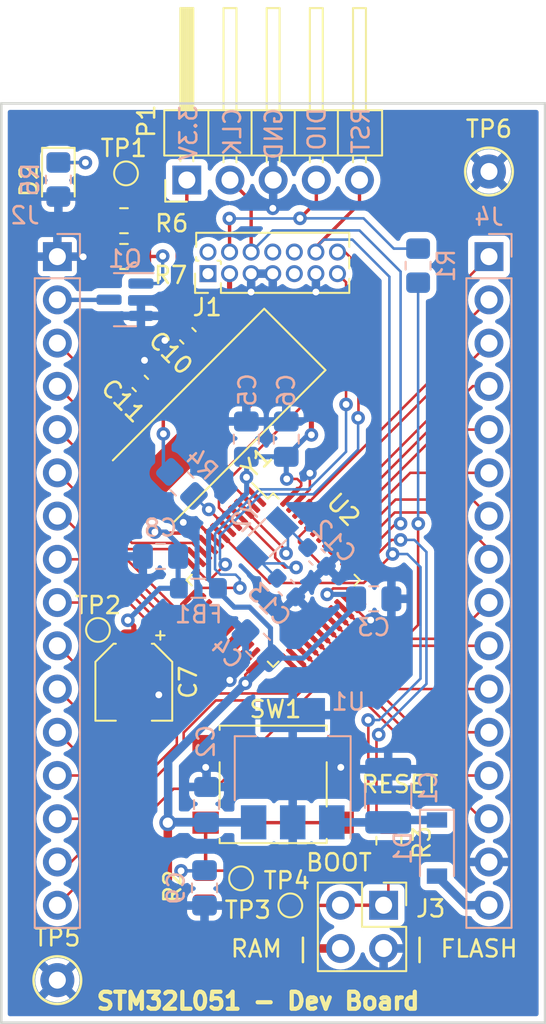
<source format=kicad_pcb>
(kicad_pcb (version 20211014) (generator pcbnew)
  (title_block (title "STM32 Value Line Discovery - Shiled board") (rev "1.0"))
  (layers (0 "F.Cu" signal) (31 "B.Cu" signal) (34 "B.Paste" user) (35 "F.Paste" user) (36 "B.SilkS" user "B.Silkscreen") (37 "F.SilkS" user "F.Silkscreen") (38 "B.Mask" user) (39 "F.Mask" user) (44 "Edge.Cuts" user))
  (net 0 "")
  (net 1 "GND")
  (net 2 "/PB10")
  (net 3 "/PB11")
  (net 4 "/PB12")
  (net 5 "/PB13")
  (net 6 "/PB14")
  (net 7 "/PB15")
  (net 8 "/osc_in")
  (net 9 "/U1.IN")
  (net 10 "/PC13")
  (net 11 "/PA0")
  (net 12 "/PA1")
  (net 13 "/PA4")
  (net 14 "/PA5")
  (net 15 "/PA6")
  (net 16 "/PA7")
  (net 17 "/PB0")
  (net 18 "/PB1")
  (net 19 "/PB2")
  (net 20 "+3.3V")
  (net 21 "VPP")
  (net 22 "/PB9")
  (net 23 "/PB8")
  (net 24 "/PB7")
  (net 25 "/PB6")
  (net 26 "/PB5")
  (net 27 "/PB4")
  (net 28 "/PB3")
  (net 29 "/PA15")
  (net 30 "/PA12")
  (net 31 "/PA11")
  (net 32 "/PA10")
  (net 33 "/PA9")
  (net 34 "/PA8")
  (net 35 "/RST_N")
  (net 36 "Net-(C11-Pad1)")
  (net 37 "+3.3VA")
  (net 38 "/osc32_in")
  (net 39 "Net-(D2-Pad1)")
  (net 40 "/osc_out")
  (net 41 "/osc32_out")
  (net 43 "/BOOT0")
  (net 45 "/SWDIO_CON")
  (net 46 "/SWCLK")
  (net 50 "/USART2_RX")
  (net 51 "/USART2_TX")
  (net 52 "/Load")
  (net 53 "/Q1.B")
  (net 54 "/J3.BOOT0")
  (net 55 "/SWDIO")
  (footprint "Connector_PinHeader_2.54mm:PinHeader_1x05_P2.54mm_Horizontal" (layer "F.Cu") (at 43.94 69.245 90)
    (fp_text reference "P1")
    (fp_text value "CONN5")
  )
  (footprint "LED_SMD:LED_0805_2012Metric_Pad1.15x1.40mm_HandSolder" (layer "F.Cu") (at 36.38 69.215 -90)
    (fp_text reference "D2")
    (fp_text value "LED yellow")
  )
  (footprint "TestPoint:TestPoint_Pad_D1.0mm" (layer "F.Cu") (at 50.03 111.855)
    (fp_text reference "TP4")
    (fp_text value "TestPoint")
  )
  (footprint "Connector_PinHeader_1.27mm:PinHeader_2x07_P1.27mm_Vertical" (layer "F.Cu") (at 45.185 74.745 90)
    (fp_text reference "J1")
    (fp_text value "Conn_02x07_Odd_Even")
  )
  (footprint "Connector_PinHeader_2.54mm:PinHeader_2x02_P2.54mm_Vertical" (layer "F.Cu") (at 55.52 111.845 -90)
    (fp_text reference "J3")
    (fp_text value "Conn_02x02_Odd_Even")
  )
  (footprint "TestPoint:TestPoint_Keystone_5000-5004_Miniature" (layer "F.Cu") (at 36.32 116.245)
    (fp_text reference "TP5")
    (fp_text value "TestPoint")
  )
  (footprint "Resistor_SMD:R_0805_2012Metric_Pad1.20x1.40mm_HandSolder" (layer "F.Cu") (at 55.83 108.055 90)
    (fp_text reference "R3")
    (fp_text value "10k")
  )
  (footprint "Crystal:Crystal_SMD_HC49-SD" (layer "F.Cu") (at 45.56 83.345 -135)
    (fp_text reference "Y1")
    (fp_text value "8.000 MHz")
  )
  (footprint "Package_QFP:LQFP-48_7x7mm_P0.5mm" (layer "F.Cu") (at 49.02 92.745 -45)
    (fp_text reference "U2")
    (fp_text value "STM32L051C8Tx_new")
  )
  (footprint "Button_Switch_SMD:SW_SPST_B3S-1000" (layer "F.Cu") (at 49.02 104.745)
    (fp_text reference "SW1")
    (fp_text value "SW_Push")
  )
  (footprint "Capacitor_SMD:C_0603_1608Metric" (layer "F.Cu") (at 44 78.395 135)
    (fp_text reference "C10")
    (fp_text value "20p")
  )
  (footprint "Capacitor_SMD:C_0603_1608Metric" (layer "F.Cu") (at 41.2 81.195 135)
    (fp_text reference "C11")
    (fp_text value "20p")
  )
  (footprint "Capacitor_SMD:CP_Elec_4x5.8" (layer "F.Cu") (at 40.82 98.745 -90)
    (fp_text reference "C7")
    (fp_text value "2.2u")
  )
  (footprint "TestPoint:TestPoint_Keystone_5000-5004_Miniature" (layer "F.Cu") (at 61.72 68.745)
    (fp_text reference "TP6")
    (fp_text value "TestPoint")
  )
  (footprint "TestPoint:TestPoint_Pad_D1.0mm" (layer "F.Cu") (at 47.13 110.265)
    (fp_text reference "TP3")
    (fp_text value "TestPoint")
  )
  (footprint "Resistor_SMD:R_0805_2012Metric_Pad1.20x1.40mm_HandSolder" (layer "F.Cu") (at 40.24 73.735)
    (fp_text reference "R7")
    (fp_text value "100k")
  )
  (footprint "TestPoint:TestPoint_Pad_D1.0mm" (layer "F.Cu") (at 38.71 95.675)
    (fp_text reference "TP2")
    (fp_text value "TestPoint")
  )
  (footprint "TestPoint:TestPoint_Pad_D1.0mm" (layer "F.Cu") (at 40.36 68.855)
    (fp_text reference "TP1")
    (fp_text value "TestPoint")
  )
  (footprint "Resistor_SMD:R_0805_2012Metric_Pad1.20x1.40mm_HandSolder" (layer "F.Cu") (at 40.24 71.635)
    (fp_text reference "R6")
    (fp_text value "10k")
  )
  (footprint "Resistor_SMD:R_0805_2012Metric_Pad1.20x1.40mm_HandSolder" (layer "F.Cu") (at 44.98 110.815 -90)
    (fp_text reference "R2")
    (fp_text value "10k")
  )
  (footprint "Resistor_SMD:R_0805_2012Metric_Pad1.20x1.40mm_HandSolder" (layer "B.Cu") (at 36.38 69.215 -90)
    (fp_text reference "R5")
    (fp_text value "3k3")
  )
  (footprint "Capacitor_SMD:C_1210_3225Metric_Pad1.33x2.70mm_HandSolder" (layer "B.Cu") (at 55.79 105.415 90)
    (fp_text reference "C1")
    (fp_text value "4.7u")
  )
  (footprint "Package_TO_SOT_SMD:SOT-23" (layer "B.Cu") (at 40.3 76.275 180)
    (fp_text reference "Q1")
    (fp_text value "BC817")
  )
  (footprint "Capacitor_SMD:C_0805_2012Metric_Pad1.18x1.45mm_HandSolder" (layer "B.Cu") (at 54.94 93.845)
    (fp_text reference "C3")
    (fp_text value "100n")
  )
  (footprint "Crystal:Crystal_SMD_3215-2Pin_3.2x1.5mm" (layer "B.Cu") (at 48.68 90.265 45)
    (fp_text reference "Y2")
    (fp_text value "32.768kHz")
  )
  (footprint "Capacitor_SMD:C_0805_2012Metric_Pad1.18x1.45mm_HandSolder" (layer "B.Cu") (at 44.98 110.825 -90)
    (fp_text reference "C9")
    (fp_text value "100n")
  )
  (footprint "Capacitor_SMD:C_0805_2012Metric_Pad1.18x1.45mm_HandSolder" (layer "B.Cu") (at 49.79 84.465 90)
    (fp_text reference "C6")
    (fp_text value "100n")
  )
  (footprint "Connector_PinHeader_2.54mm:PinHeader_1x16_P2.54mm_Vertical" (layer "B.Cu") (at 36.32 73.745 180)
    (fp_text reference "J2")
    (fp_text value "Conn_01x16")
  )
  (footprint "Resistor_SMD:R_0805_2012Metric_Pad1.20x1.40mm_HandSolder" (layer "B.Cu") (at 43.65 87.095 135)
    (fp_text reference "R4")
    (fp_text value "390")
  )
  (footprint "Capacitor_SMD:C_0805_2012Metric_Pad1.18x1.45mm_HandSolder" (layer "B.Cu") (at 45.1 105.935 90)
    (fp_text reference "C2")
    (fp_text value "1u")
  )
  (footprint "Capacitor_SMD:C_0805_2012Metric_Pad1.18x1.45mm_HandSolder" (layer "B.Cu") (at 47.44 84.465 90)
    (fp_text reference "C5")
    (fp_text value "100n")
  )
  (footprint "Capacitor_SMD:C_0805_2012Metric_Pad1.18x1.45mm_HandSolder" (layer "B.Cu") (at 42.39 91.355 180)
    (fp_text reference "C8")
    (fp_text value "100n")
  )
  (footprint "Resistor_SMD:R_0805_2012Metric_Pad1.20x1.40mm_HandSolder" (layer "B.Cu") (at 57.55 74.275 90)
    (fp_text reference "R1")
    (fp_text value "22")
  )
  (footprint "Capacitor_SMD:C_0805_2012Metric_Pad1.18x1.45mm_HandSolder" (layer "B.Cu") (at 48.13 96.595 135)
    (fp_text reference "C4")
    (fp_text value "100n")
  )
  (footprint "Connector_PinHeader_2.54mm:PinHeader_1x16_P2.54mm_Vertical" (layer "B.Cu") (at 61.72 73.745 180)
    (fp_text reference "J4")
    (fp_text value "Conn_01x18")
  )
  (footprint "Package_TO_SOT_SMD:SOT-223-3_TabPin2" (layer "B.Cu") (at 50.17 103.825 90)
    (fp_text reference "U1")
    (fp_text value "MCP1755S-3302E/DB")
  )
  (footprint "Inductor_SMD:L_0805_2012Metric_Pad1.05x1.20mm_HandSolder" (layer "B.Cu") (at 44.62 93.225 180)
    (fp_text reference "FB1")
    (fp_text value "600R/0.7A")
  )
  (footprint "Capacitor_SMD:C_0603_1608Metric" (layer "B.Cu") (at 49.8 93.185 -45)
    (fp_text reference "C13")
    (fp_text value "10p")
  )
  (footprint "Capacitor_SMD:C_0603_1608Metric" (layer "B.Cu") (at 51.6 91.385 -45)
    (fp_text reference "C12")
    (fp_text value "10p")
  )
  (footprint "Diode_SMD:D_SOD-123" (layer "B.Cu") (at 58.66 108.485 -90)
    (fp_text reference "D1")
    (fp_text value "MBR0540")
  )
  (gr_line (start 65.02 118.745) (end 33.02 118.745) (layer "Edge.Cuts") (width 0.14986))
  (gr_line (start 33.02 64.745) (end 33.02 118.745) (layer "Edge.Cuts") (width 0.14986))
  (gr_line (start 33.02 64.745) (end 65.02 64.745) (layer "Edge.Cuts") (width 0.14986))
  (gr_line (start 65.02 118.745) (end 65.02 64.745) (layer "Edge.Cuts") (width 0.14986))
  (gr_text "3.3V" (at 44.04 66.485 90) (layer "B.SilkS") (effects (font (size 1.000759 1.000759) (thickness 0.14986)) (justify mirror)))
  (gr_text "GND" (at 49.06 66.525 90) (layer "B.SilkS") (effects (font (size 1.000759 1.000759) (thickness 0.14986)) (justify mirror)))
  (gr_text "CLK" (at 46.62 66.415 90) (layer "B.SilkS") (effects (font (size 1.000759 1.000759) (thickness 0.14986)) (justify mirror)))
  (gr_text "DIO" (at 51.59 66.245 90) (layer "B.SilkS") (effects (font (size 1.000759 1.000759) (thickness 0.14986)) (justify mirror)))
  (gr_text "RST" (at 54.18 66.335 90) (layer "B.SilkS") (effects (font (size 1.000759 1.000759) (thickness 0.14986)) (justify mirror)))
  (gr_text "RAM |" (at 48.89 114.395) (layer "F.SilkS") (effects (font (size 1.000759 1.000759) (thickness 0.14986))))
  (gr_text "RESET" (at 56.47 104.745) (layer "F.SilkS") (effects (font (size 1.000759 1.000759) (thickness 0.14986))))
  (gr_text "BOOT" (at 52.89 109.335) (layer "F.SilkS") (effects (font (size 1.000759 1.000759) (thickness 0.14986))))
  (gr_text "STM32L051 - Dev Board" (at 48.133 117.475) (layer "F.SilkS") (effects (font (size 1.00076 1.00076) (thickness 0.25019))))
  (gr_text "| FLASH" (at 60.28 114.395) (layer "F.SilkS") (effects (font (size 1.000759 1.000759) (thickness 0.14986))))
  (segment (start 43.73 89.355) (end 44.55 89.355) (width 0.2) (layer "F.Cu") (net 1))
  (segment (start 47.725 75.82) (end 47.72 75.825) (width 0.3) (layer "F.Cu") (net 1))
  (segment (start 50.384322 88.210678) (end 51.12 87.475) (width 0.15) (layer "F.Cu") (net 1))
  (segment (start 53.554322 94.099322) (end 54.55 95.095) (width 0.15) (layer "F.Cu") (net 1))
  (segment (start 51.535 74.745) (end 51.535 75.75) (width 0.3) (layer "F.Cu") (net 1))
  (segment (start 47.725 74.745) (end 48.995 74.745) (width 0.3) (layer "F.Cu") (net 1))
  (segment (start 46.47 98.465) (end 46.47 98.625) (width 0.15) (layer "F.Cu") (net 1))
  (segment (start 43.451992 77.863008) (end 42.65 78.665) (width 0.3) (layer "F.Cu") (net 1))
  (segment (start 51.18 87.415) (end 51.18 86.465) (width 0.15) (layer "F.Cu") (net 1))
  (segment (start 52.995 102.495) (end 53.01 102.51) (width 0.15) (layer "F.Cu") (net 1))
  (segment (start 36.32 73.745) (end 37.83 73.745) (width 0.3) (layer "F.Cu") (net 1))
  (segment (start 40.651992 80.646992) (end 40.651992 80.633008) (width 0.3) (layer "F.Cu") (net 1))
  (segment (start 49.02 69.245) (end 49.02 70.885) (width 0.2) (layer "F.Cu") (net 1))
  (segment (start 41.88 99.485) (end 42.29 99.485) (width 0.3) (layer "F.Cu") (net 1))
  (segment (start 45.05 103.745) (end 45.05 102.5) (width 0.3) (layer "F.Cu") (net 1))
  (segment (start 47.655678 97.279322) (end 46.47 98.465) (width 0.15) (layer "F.Cu") (net 1))
  (segment (start 37.86 73.735) (end 37.84 73.755) (width 0.3) (layer "F.Cu") (net 1))
  (segment (start 44.55 89.355) (end 45.526998 90.331998) (width 0.2) (layer "F.Cu") (net 1))
  (segment (start 50.372342 88.210678) (end 50.384322 88.210678) (width 0.15) (layer "F.Cu") (net 1))
  (segment (start 45.05 102.5) (end 45.045 102.495) (width 0.2) (layer "F.Cu") (net 1))
  (segment (start 53.01 102.51) (end 53.01 103.735) (width 0.3) (layer "F.Cu") (net 1))
  (segment (start 37.83 73.745) (end 37.84 73.755) (width 0.3) (layer "F.Cu") (net 1))
  (segment (start 45.526998 90.331998) (end 45.546338 90.331998) (width 0.15) (layer "F.Cu") (net 1))
  (segment (start 49.02 70.885) (end 49 70.905) (width 0.15) (layer "F.Cu") (net 1))
  (segment (start 40.651992 80.633008) (end 41.45 79.835) (width 0.3) (layer "F.Cu") (net 1))
  (segment (start 39.24 73.735) (end 37.86 73.735) (width 0.3) (layer "F.Cu") (net 1))
  (segment (start 51.12 87.475) (end 51.18 87.415) (width 0.15) (layer "F.Cu") (net 1))
  (segment (start 43.451992 77.846992) (end 43.451992 77.863008) (width 0.3) (layer "F.Cu") (net 1))
  (segment (start 40.82 100.545) (end 41.88 99.485) (width 0.3) (layer "F.Cu") (net 1))
  (segment (start 47.725 75.65) (end 47.725 75.82) (width 0.3) (layer "F.Cu") (net 1))
  (segment (start 47.725 74.745) (end 47.725 75.65) (width 0.3) (layer "F.Cu") (net 1))
  (segment (start 47.667658 97.279322) (end 47.655678 97.279322) (width 0.15) (layer "F.Cu") (net 1))
  (via (at 42.65 78.665) (size 0.8) (drill 0.4) (layers "F.Cu" "B.Cu") (net 1))
  (via (at 37.84 73.755) (size 0.8) (drill 0.4) (layers "F.Cu" "B.Cu") (net 1))
  (via (at 41.45 79.835) (size 0.8) (drill 0.4) (layers "F.Cu" "B.Cu") (net 1))
  (via (at 49 70.905) (size 0.8) (drill 0.4) (layers "F.Cu" "B.Cu") (net 1))
  (via (at 43.73 89.355) (size 0.8) (drill 0.4) (layers "F.Cu" "B.Cu") (net 1))
  (via (at 51.535 75.825) (size 0.8) (drill 0.4) (layers "F.Cu" "B.Cu") (net 1))
  (via (at 42.29 99.485) (size 0.8) (drill 0.4) (layers "F.Cu" "B.Cu") (net 1))
  (via (at 53 103.745) (size 0.8) (drill 0.4) (layers "F.Cu" "B.Cu") (net 1))
  (via (at 45.05 103.745) (size 0.8) (drill 0.4) (layers "F.Cu" "B.Cu") (net 1))
  (via (at 51.18 86.465) (size 0.8) (drill 0.4) (layers "F.Cu" "B.Cu") (net 1))
  (via (at 46.47 98.625) (size 0.8) (drill 0.4) (layers "F.Cu" "B.Cu") (net 1))
  (via (at 54.76 95.095) (size 0.8) (drill 0.4) (layers "F.Cu" "B.Cu") (net 1))
  (via (at 47.72 75.825) (size 0.8) (drill 0.4) (layers "F.Cu" "B.Cu") (net 1))
  (segment (start 45.1 104.095) (end 45.05 104.045) (width 0.4) (layer "B.Cu") (net 1))
  (segment (start 45.05 104.045) (end 45.05 103.635) (width 0.2) (layer "B.Cu") (net 1))
  (segment (start 45.1 104.8975) (end 45.1 104.095) (width 0.4) (layer "B.Cu") (net 1))
  (segment (start 45.05 104.045) (end 45.05 103.745) (width 0.2) (layer "B.Cu") (net 1))
  (segment (start 47.396377 97.698623) (end 47.396377 95.861377) (width 0.4) (layer "B.Cu") (net 1))
  (segment (start 44.92 111.745) (end 44.93 111.735) (width 0.5) (layer "B.Cu") (net 1))
  (segment (start 46.47 98.625) (end 47.396377 97.698623) (width 0.4) (layer "B.Cu") (net 1))
  (segment (start 41.778728 102.835) (end 37.47 102.835) (width 0.15) (layer "F.Cu") (net 2))
  (segment (start 42.53 102.025637) (end 42.53 102.083728) (width 0.15) (layer "F.Cu") (net 2))
  (segment (start 42.543501 102.012135) (end 42.53 102.025637) (width 0.15) (layer "F.Cu") (net 2))
  (segment (start 42.543501 100.989265) (end 42.543501 102.012135) (width 0.15) (layer "F.Cu") (net 2))
  (segment (start 37.47 102.835) (end 36.32 101.685) (width 0.15) (layer "F.Cu") (net 2))
  (segment (start 46.960551 96.572215) (end 42.543501 100.989265) (width 0.15) (layer "F.Cu") (net 2))
  (segment (start 42.53 102.083728) (end 41.778728 102.835) (width 0.15) (layer "F.Cu") (net 2))
  (segment (start 40.959364 104.225) (end 36.32 104.225) (width 0.15) (layer "F.Cu") (net 3))
  (segment (start 42.947002 101.292872) (end 42.947002 102.17927) (width 0.15) (layer "F.Cu") (net 3))
  (segment (start 42.947002 102.17927) (end 42.933501 102.192772) (width 0.15) (layer "F.Cu") (net 3))
  (segment (start 42.933501 102.192772) (end 42.933501 102.250864) (width 0.15) (layer "F.Cu") (net 3))
  (segment (start 47.314105 96.925769) (end 42.947002 101.292872) (width 0.15) (layer "F.Cu") (net 3))
  (segment (start 42.933501 102.250864) (end 40.959364 104.225) (width 0.15) (layer "F.Cu") (net 3))
  (segment (start 50.018788 97.632876) (end 50.65 98.264088) (width 0.15) (layer "F.Cu") (net 4))
  (segment (start 50.65 98.264088) (end 50.65 98.695) (width 0.15) (layer "F.Cu") (net 4))
  (segment (start 43.350503 101.535861) (end 43.350503 102.404499) (width 0.15) (layer "F.Cu") (net 4))
  (segment (start 49.94 99.405) (end 45.481364 99.405) (width 0.15) (layer "F.Cu") (net 4))
  (segment (start 43.350503 102.404499) (end 38.99 106.765) (width 0.15) (layer "F.Cu") (net 4))
  (segment (start 50.65 98.695) (end 49.94 99.405) (width 0.15) (layer "F.Cu") (net 4))
  (segment (start 45.481364 99.405) (end 43.350503 101.535861) (width 0.15) (layer "F.Cu") (net 4))
  (segment (start 38.99 106.765) (end 36.32 106.765) (width 0.15) (layer "F.Cu") (net 4))
  (segment (start 51.11 98.835) (end 50.13 99.815) (width 0.15) (layer "F.Cu") (net 5))
  (segment (start 45.642 99.815) (end 43.754004 101.702996) (width 0.15) (layer "F.Cu") (net 5))
  (segment (start 41.29 105.145) (end 37.13 109.305) (width 0.15) (layer "F.Cu") (net 5))
  (segment (start 43.754004 102.680996) (end 41.29 105.145) (width 0.15) (layer "F.Cu") (net 5))
  (segment (start 50.13 99.815) (end 45.642 99.815) (width 0.15) (layer "F.Cu") (net 5))
  (segment (start 50.372342 97.279322) (end 51.11 98.01698) (width 0.15) (layer "F.Cu") (net 5))
  (segment (start 37.13 109.305) (end 36.32 109.305) (width 0.15) (layer "F.Cu") (net 5))
  (segment (start 43.754004 101.702996) (end 43.754004 102.680996) (width 0.15) (layer "F.Cu") (net 5))
  (segment (start 51.11 98.01698) (end 51.11 98.835) (width 0.15) (layer "F.Cu") (net 5))
  (segment (start 50.725895 96.930895) (end 51.457501 97.662501) (width 0.15) (layer "F.Cu") (net 6))
  (segment (start 45.6 105.005) (end 43.16 105.005) (width 0.15) (layer "F.Cu") (net 6))
  (segment (start 43.16 105.005) (end 36.32 111.845) (width 0.15) (layer "F.Cu") (net 6))
  (segment (start 51.66 98.945) (end 45.6 105.005) (width 0.15) (layer "F.Cu") (net 6))
  (segment (start 51.467501 97.662501) (end 51.66 97.855) (width 0.15) (layer "F.Cu") (net 6))
  (segment (start 51.66 97.855) (end 51.66 98.945) (width 0.15) (layer "F.Cu") (net 6))
  (segment (start 51.457501 97.662501) (end 51.467501 97.662501) (width 0.15) (layer "F.Cu") (net 6))
  (segment (start 50.725895 96.925769) (end 50.725895 96.930895) (width 0.15) (layer "F.Cu") (net 6))
  (segment (start 61.72 106.765) (end 61.272234 106.765) (width 0.2) (layer "F.Cu") (net 7))
  (segment (start 61.272234 106.765) (end 51.079449 96.572215) (width 0.15) (layer "F.Cu") (net 7))
  (segment (start 45.944796 80.339796) (end 48.565204 80.339796) (width 0.2) (layer "F.Cu") (net 8))
  (segment (start 45.83 88.49434) (end 45.83 86.655) (width 0.15) (layer "F.Cu") (net 8))
  (segment (start 44.548008 78.943008) (end 45.944796 80.339796) (width 0.2) (layer "F.Cu") (net 8))
  (segment (start 46.606998 89.271338) (end 45.83 88.49434) (width 0.15) (layer "F.Cu") (net 8))
  (segment (start 45.83 86.655) (end 48.565204 83.919796) (width 0.15) (layer "F.Cu") (net 8))
  (segment (start 48.565204 83.919796) (end 48.565204 80.339796) (width 0.15) (layer "F.Cu") (net 8))
  (segment (start 52.4725 106.9775) (end 52.47 106.975) (width 0.5) (layer "B.Cu") (net 9))
  (segment (start 55.9325 106.835) (end 55.79 106.9775) (width 0.5) (layer "B.Cu") (net 9))
  (segment (start 58.66 106.835) (end 55.9325 106.835) (width 0.5) (layer "B.Cu") (net 9))
  (segment (start 55.79 106.9775) (end 52.4725 106.9775) (width 0.5) (layer "B.Cu") (net 9))
  (segment (start 37.845 70.24) (end 39.24 71.635) (width 0.2) (layer "F.Cu") (net 10))
  (segment (start 52.03 79.755) (end 49.24 76.965) (width 0.15) (layer "F.Cu") (net 10))
  (segment (start 46.49 86.755) (end 52.03 81.215) (width 0.15) (layer "F.Cu") (net 10))
  (segment (start 52.03 81.215) (end 52.03 79.755) (width 0.15) (layer "F.Cu") (net 10))
  (segment (start 42.82 70.435) (end 40.36 70.435) (width 0.15) (layer "F.Cu") (net 10))
  (segment (start 44.67 76.965) (end 43.35 75.645) (width 0.15) (layer "F.Cu") (net 10))
  (segment (start 36.38 70.24) (end 37.845 70.24) (width 0.2) (layer "F.Cu") (net 10))
  (segment (start 43.35 70.965) (end 42.82 70.435) (width 0.15) (layer "F.Cu") (net 10))
  (segment (start 46.49 87.025) (end 46.49 86.755) (width 0.15) (layer "F.Cu") (net 10))
  (segment (start 43.35 75.645) (end 43.35 70.965) (width 0.15) (layer "F.Cu") (net 10))
  (segment (start 39.24 71.635) (end 40.36 70.515) (width 0.2) (layer "F.Cu") (net 10))
  (segment (start 40.36 70.435) (end 40.36 68.855) (width 0.2) (layer "F.Cu") (net 10))
  (segment (start 47.667658 88.210678) (end 47.667658 88.202658) (width 0.15) (layer "F.Cu") (net 10))
  (segment (start 47.667658 88.202658) (end 46.49 87.025) (width 0.15) (layer "F.Cu") (net 10))
  (segment (start 40.36 70.515) (end 40.36 70.435) (width 0.2) (layer "F.Cu") (net 10))
  (segment (start 49.24 76.965) (end 44.67 76.965) (width 0.15) (layer "F.Cu") (net 10))
  (segment (start 36.32 78.825) (end 39.2 81.705) (width 0.15) (layer "F.Cu") (net 11))
  (segment (start 44.365126 90.565) (end 44.839231 91.039105) (width 0.15) (layer "F.Cu") (net 11))
  (segment (start 40.71 90.565) (end 44.365126 90.565) (width 0.15) (layer "F.Cu") (net 11))
  (segment (start 39.2 89.055) (end 40.71 90.565) (width 0.15) (layer "F.Cu") (net 11))
  (segment (start 39.2 81.705) (end 39.2 89.055) (width 0.15) (layer "F.Cu") (net 11))
  (segment (start 38.78 83.825) (end 38.78 89.235) (width 0.15) (layer "F.Cu") (net 12))
  (segment (start 38.78 89.235) (end 40.47 90.925) (width 0.15) (layer "F.Cu") (net 12))
  (segment (start 44.01802 90.925) (end 44.485678 91.392658) (width 0.15) (layer "F.Cu") (net 12))
  (segment (start 40.47 90.925) (end 44.01802 90.925) (width 0.15) (layer "F.Cu") (net 12))
  (segment (start 36.32 81.365) (end 38.78 83.825) (width 0.15) (layer "F.Cu") (net 12))
  (segment (start 38.376499 89.501499) (end 38.376499 85.961499) (width 0.15) (layer "F.Cu") (net 13))
  (segment (start 43.544279 94.669279) (end 38.376499 89.501499) (width 0.15) (layer "F.Cu") (net 13))
  (segment (start 38.376499 85.961499) (end 36.32 83.905) (width 0.15) (layer "F.Cu") (net 13))
  (segment (start 44.485678 94.097342) (end 43.913741 94.669279) (width 0.15) (layer "F.Cu") (net 13))
  (segment (start 43.913741 94.669279) (end 43.544279 94.669279) (width 0.15) (layer "F.Cu") (net 13))
  (segment (start 43.327196 95.022833) (end 43.267833 95.022833) (width 0.15) (layer "F.Cu") (net 14))
  (segment (start 37.91 89.665) (end 37.91 88.035) (width 0.15) (layer "F.Cu") (net 14))
  (segment (start 44.839231 94.450895) (end 44.267293 95.022833) (width 0.15) (layer "F.Cu") (net 14))
  (segment (start 43.267833 95.022833) (end 37.91 89.665) (width 0.15) (layer "F.Cu") (net 14))
  (segment (start 43.377144 95.07278) (end 43.327196 95.022833) (width 0.15) (layer "F.Cu") (net 14))
  (segment (start 44.130824 95.022833) (end 44.080876 95.07278) (width 0.15) (layer "F.Cu") (net 14))
  (segment (start 44.267293 95.022833) (end 44.130824 95.022833) (width 0.15) (layer "F.Cu") (net 14))
  (segment (start 44.080876 95.07278) (end 43.377144 95.07278) (width 0.15) (layer "F.Cu") (net 14))
  (segment (start 37.91 88.035) (end 36.32 86.445) (width 0.15) (layer "F.Cu") (net 14))
  (segment (start 43.23 95.575) (end 36.64 88.985) (width 0.15) (layer "F.Cu") (net 15))
  (segment (start 44.422234 95.575) (end 43.23 95.575) (width 0.15) (layer "F.Cu") (net 15))
  (segment (start 45.192785 94.804449) (end 44.422234 95.575) (width 0.15) (layer "F.Cu") (net 15))
  (segment (start 36.64 88.985) (end 36.32 88.985) (width 0.15) (layer "F.Cu") (net 15))
  (segment (start 38.609364 91.525) (end 36.32 91.525) (width 0.15) (layer "F.Cu") (net 16))
  (segment (start 44.725839 95.978501) (end 43.062865 95.978501) (width 0.15) (layer "F.Cu") (net 16))
  (segment (start 45.546338 95.158002) (end 44.725839 95.978501) (width 0.15) (layer "F.Cu") (net 16))
  (segment (start 43.062865 95.978501) (end 38.609364 91.525) (width 0.15) (layer "F.Cu") (net 16))
  (segment (start 44.732945 96.678501) (end 43.153501 96.678501) (width 0.15) (layer "F.Cu") (net 17))
  (segment (start 40.54 94.065) (end 36.32 94.065) (width 0.15) (layer "F.Cu") (net 17))
  (segment (start 45.899891 95.511555) (end 44.732945 96.678501) (width 0.15) (layer "F.Cu") (net 17))
  (segment (start 43.153501 96.678501) (end 40.54 94.065) (width 0.15) (layer "F.Cu") (net 17))
  (segment (start 38.42 98.705) (end 36.32 96.605) (width 0.15) (layer "F.Cu") (net 18))
  (segment (start 43.413554 98.705) (end 38.42 98.705) (width 0.15) (layer "F.Cu") (net 18))
  (segment (start 46.253445 95.865109) (end 43.413554 98.705) (width 0.15) (layer "F.Cu") (net 18))
  (segment (start 46.606998 96.218662) (end 42.14 100.68566) (width 0.15) (layer "F.Cu") (net 19))
  (segment (start 41.61 102.375) (end 39.55 102.375) (width 0.15) (layer "F.Cu") (net 19))
  (segment (start 39.55 102.375) (end 36.32 99.145) (width 0.15) (layer "F.Cu") (net 19))
  (segment (start 42.14 100.68566) (end 42.14 101.845) (width 0.15) (layer "F.Cu") (net 19))
  (segment (start 42.14 101.845) (end 41.61 102.375) (width 0.15) (layer "F.Cu") (net 19))
  (segment (start 47.38 98.825) (end 47.38 98.805) (width 0.15) (layer "F.Cu") (net 20))
  (segment (start 48.012124 87.857124) (end 47.45 87.295) (width 0.15) (layer "F.Cu") (net 20))
  (segment (start 44.93 111.805) (end 44.94 111.795) (width 0.2) (layer "F.Cu") (net 20))
  (segment (start 42.82 106.995) (end 42.82 111.725) (width 0.5) (layer "F.Cu") (net 20))
  (segment (start 50.44 86.805) (end 49.82 86.805) (width 0.15) (layer "F.Cu") (net 20))
  (segment (start 43.94 69.245) (end 43.94 75.465) (width 0.2) (layer "F.Cu") (net 20))
  (segment (start 47.3 76.605) (end 46.455 75.76) (width 0.3) (layer "F.Cu") (net 20))
  (segment (start 52.42 81.365) (end 52.42 79.605) (width 0.3) (layer "F.Cu") (net 20))
  (segment (start 43.94 75.465) (end 44.54 76.065) (width 0.2) (layer "F.Cu") (net 20))
  (segment (start 48.021212 97.632876) (end 48.021212 97.663788) (width 0.15) (layer "F.Cu") (net 20))
  (segment (start 44.93 111.805) (end 42.9 111.805) (width 0.2) (layer "F.Cu") (net 20))
  (segment (start 45.48 114.385) (end 52.98 114.385) (width 0.5) (layer "F.Cu") (net 20))
  (segment (start 47.38 98.305) (end 47.38 98.825) (width 0.15) (layer "F.Cu") (net 20))
  (segment (start 50.67 87.205) (end 50.67 87.035) (width 0.15) (layer "F.Cu") (net 20))
  (segment (start 44.54 76.065) (end 46.15 76.065) (width 0.2) (layer "F.Cu") (net 20))
  (segment (start 48.021212 97.663788) (end 47.38 98.305) (width 0.15) (layer "F.Cu") (net 20))
  (segment (start 52.42 79.605) (end 49.42 76.605) (width 0.3) (layer "F.Cu") (net 20))
  (segment (start 46.455 75.76) (end 46.455 74.745) (width 0.3) (layer "F.Cu") (net 20))
  (segment (start 42.9 111.805) (end 42.82 111.725) (width 0.15) (layer "F.Cu") (net 20))
  (segment (start 42.82 111.725) (end 45.48 114.385) (width 0.5) (layer "F.Cu") (net 20))
  (segment (start 52.55 93.235) (end 52.2 93.585) (width 0.15) (layer "F.Cu") (net 20))
  (segment (start 50.67 87.035) (end 50.44 86.805) (width 0.15) (layer "F.Cu") (net 20))
  (segment (start 49.42 76.605) (end 47.3 76.605) (width 0.3) (layer "F.Cu") (net 20))
  (segment (start 53.399088 93.235) (end 52.55 93.235) (width 0.15) (layer "F.Cu") (net 20))
  (segment (start 53.907876 93.743788) (end 53.399088 93.235) (width 0.15) (layer "F.Cu") (net 20))
  (segment (start 50.018788 87.856212) (end 50.67 87.205) (width 0.15) (layer "F.Cu") (net 20))
  (segment (start 46.15 76.065) (end 46.455 75.76) (width 0.2) (layer "F.Cu") (net 20))
  (segment (start 51.27 84.215) (end 51.27 82.515) (width 0.3) (layer "F.Cu") (net 20))
  (segment (start 47.45 87.295) (end 47.45 86.705) (width 0.15) (layer "F.Cu") (net 20))
  (segment (start 51.27 82.515) (end 52.42 81.365) (width 0.3) (layer "F.Cu") (net 20))
  (segment (start 48.021212 87.857124) (end 48.012124 87.857124) (width 0.15) (layer "F.Cu") (net 20))
  (via (at 51.27 84.215) (size 0.8) (drill 0.4) (layers "F.Cu" "B.Cu") (net 20))
  (via (at 42.82 106.995) (size 1) (drill 0.6) (layers "F.Cu" "B.Cu") (net 20))
  (via (at 52.2 93.585) (size 0.8) (drill 0.4) (layers "F.Cu" "B.Cu") (net 20))
  (via (at 47.38 98.805) (size 0.8) (drill 0.4) (layers "F.Cu" "B.Cu") (net 20))
  (via (at 49.82 86.805) (size 0.8) (drill 0.4) (layers "F.Cu" "B.Cu") (net 20))
  (via (at 47.45 86.705) (size 0.8) (drill 0.4) (layers "F.Cu" "B.Cu") (net 20))
  (segment (start 47.87 106.975) (end 45.1025 106.975) (width 0.5) (layer "B.Cu") (net 20))
  (segment (start 49.79 85.5025) (end 50.92 84.3725) (width 0.3) (layer "B.Cu") (net 20))
  (segment (start 45.22 92.675) (end 45.77 93.225) (width 0.3) (layer "B.Cu") (net 20))
  (segment (start 47.46 87.655) (end 45.22 89.895) (width 0.3) (layer "B.Cu") (net 20))
  (segment (start 42.82 106.995) (end 42.8425 106.9725) (width 0.5) (layer "B.Cu") (net 20))
  (segment (start 50.788877 97.328623) (end 48.863623 97.328623) (width 0.3) (layer "B.Cu") (net 20))
  (segment (start 47.38 98.805) (end 47.387246 98.805) (width 0.15) (layer "B.Cu") (net 20))
  (segment (start 42.84 103.352246) (end 48.863623 97.328623) (width 0.5) (layer "B.Cu") (net 20))
  (segment (start 45.77 93.225) (end 45.77 93.375) (width 0.3) (layer "B.Cu") (net 20))
  (segment (start 49.79 86.775) (end 49.79 85.5025) (width 0.3) (layer "B.Cu") (net 20))
  (segment (start 53.34625 94.77125) (end 50.788877 97.328623) (width 0.3) (layer "B.Cu") (net 20))
  (segment (start 45.1025 106.975) (end 45.1 106.9725) (width 0.5) (layer "B.Cu") (net 20))
  (segment (start 43.33 106.965) (end 44.32 106.965) (width 0.5) (layer "B.Cu") (net 20))
  (segment (start 47.44 85.5025) (end 49.79 85.5025) (width 0.3) (layer "B.Cu") (net 20))
  (segment (start 42.8425 106.9725) (end 45.1 106.9725) (width 0.5) (layer "B.Cu") (net 20))
  (segment (start 48.863623 95.568623) (end 48.863623 97.328623) (width 0.3) (layer "B.Cu") (net 20))
  (segment (start 47.45 86.705) (end 47.45 85.5125) (width 0.15) (layer "B.Cu") (net 20))
  (segment (start 47.387246 98.805) (end 48.863623 97.328623) (width 0.15) (layer "B.Cu") (net 20))
  (segment (start 53.6425 93.585) (end 53.9025 93.845) (width 0.15) (layer "B.Cu") (net 20))
  (segment (start 47.46 85.5225) (end 47.46 87.655) (width 0.3) (layer "B.Cu") (net 20))
  (segment (start 53.9025 94.215) (end 53.34625 94.77125) (width 0.3) (layer "B.Cu") (net 20))
  (segment (start 47.63 94.335) (end 48.863623 95.568623) (width 0.3) (layer "B.Cu") (net 20))
  (segment (start 45.22 89.895) (end 45.22 92.675) (width 0.3) (layer "B.Cu") (net 20))
  (segment (start 44.32 106.965) (end 42.96 106.965) (width 0.5) (layer "B.Cu") (net 20))
  (segment (start 51.1125 84.3725) (end 51.27 84.215) (width 0.3) (layer "B.Cu") (net 20))
  (segment (start 46.73 94.335) (end 47.63 94.335) (width 0.3) (layer "B.Cu") (net 20))
  (segment (start 49.82 86.805) (end 49.79 86.775) (width 0.15) (layer "B.Cu") (net 20))
  (segment (start 45.77 93.375) (end 46.73 94.335) (width 0.3) (layer "B.Cu") (net 20))
  (segment (start 50.92 84.3725) (end 51.1125 84.3725) (width 0.3) (layer "B.Cu") (net 20))
  (segment (start 45.0925 106.965) (end 44.32 106.965) (width 0.5) (layer "B.Cu") (net 20))
  (segment (start 42.84 106.845) (end 42.84 103.352246) (width 0.5) (layer "B.Cu") (net 20))
  (segment (start 47.45 85.5125) (end 47.44 85.5025) (width 0.15) (layer "B.Cu") (net 20))
  (segment (start 53.9025 93.845) (end 53.9025 94.215) (width 0.3) (layer "B.Cu") (net 20))
  (segment (start 45.1 106.9725) (end 45.0925 106.965) (width 0.5) (layer "B.Cu") (net 20))
  (segment (start 52.2 93.585) (end 53.6425 93.585) (width 0.3) (layer "B.Cu") (net 20))
  (segment (start 42.96 106.965) (end 42.84 106.845) (width 0.5) (layer "B.Cu") (net 20))
  (segment (start 60.37 111.845) (end 61.72 111.845) (width 0.5) (layer "B.Cu") (net 21))
  (segment (start 58.66 110.135) (end 60.37 111.845) (width 0.5) (layer "B.Cu") (net 21))
  (segment (start 58.536499 76.928501) (end 61.72 73.745) (width 0.15) (layer "F.Cu") (net 22))
  (segment (start 50.725895 88.564231) (end 58.536499 80.753627) (width 0.15) (layer "F.Cu") (net 22))
  (segment (start 58.536499 80.753627) (end 58.536499 76.928501) (width 0.15) (layer "F.Cu") (net 22))
  (segment (start 51.079449 88.894915) (end 51.079449 88.917785) (width 0.15) (layer "F.Cu") (net 23))
  (segment (start 61.72 76.285) (end 59.13 78.875) (width 0.15) (layer "F.Cu") (net 23))
  (segment (start 59.13 78.875) (end 59.13 80.844364) (width 0.15) (layer "F.Cu") (net 23))
  (segment (start 59.13 80.844364) (end 51.079449 88.894915) (width 0.15) (layer "F.Cu") (net 23))
  (segment (start 59.61 80.935) (end 59.61 81.835) (width 0.15) (layer "F.Cu") (net 24))
  (segment (start 59.61 81.835) (end 52.392047 89.052953) (width 0.15) (layer "F.Cu") (net 24))
  (segment (start 52.358493 89.052953) (end 51.786555 89.624891) (width 0.15) (layer "F.Cu") (net 24))
  (segment (start 61.72 78.825) (end 59.61 80.935) (width 0.15) (layer "F.Cu") (net 24))
  (segment (start 52.392047 89.052953) (end 52.358493 89.052953) (width 0.15) (layer "F.Cu") (net 24))
  (segment (start 60.763554 81.355) (end 61.78 81.355) (width 0.15) (layer "F.Cu") (net 25))
  (segment (start 61.77 81.365) (end 61.78 81.355) (width 0.2) (layer "F.Cu") (net 25))
  (segment (start 52.140109 89.978445) (end 60.763554 81.355) (width 0.15) (layer "F.Cu") (net 25))
  (segment (start 61.72 81.365) (end 61.77 81.365) (width 0.2) (layer "F.Cu") (net 25))
  (segment (start 61.72 83.905) (end 58.92066 83.905) (width 0.15) (layer "F.Cu") (net 26))
  (segment (start 58.92066 83.905) (end 52.493662 90.331998) (width 0.15) (layer "F.Cu") (net 26))
  (segment (start 57.087766 86.445) (end 52.847215 90.685551) (width 0.15) (layer "F.Cu") (net 27))
  (segment (start 61.72 86.445) (end 57.087766 86.445) (width 0.15) (layer "F.Cu") (net 27))
  (segment (start 56.224874 88.015) (end 53.200769 91.039105) (width 0.15) (layer "F.Cu") (net 28))
  (segment (start 60.75 88.015) (end 56.224874 88.015) (width 0.15) (layer "F.Cu") (net 28))
  (segment (start 61.72 88.985) (end 60.75 88.015) (width 0.15) (layer "F.Cu") (net 28))
  (segment (start 59.55 88.775) (end 56.17198 88.775) (width 0.15) (layer "F.Cu") (net 29))
  (segment (start 61.72 90.945) (end 59.55 88.775) (width 0.15) (layer "F.Cu") (net 29))
  (segment (start 56.17198 88.775) (end 53.554322 91.392658) (width 0.15) (layer "F.Cu") (net 29))
  (segment (start 61.72 91.525) (end 61.72 90.945) (width 0.15) (layer "F.Cu") (net 29))
  (segment (start 61.58 94.205) (end 59.59 96.195) (width 0.15) (layer "F.Cu") (net 30))
  (segment (start 61.72 94.065) (end 61.58 94.065) (width 0.2) (layer "F.Cu") (net 30))
  (segment (start 61.58 94.065) (end 61.58 94.205) (width 0.15) (layer "F.Cu") (net 30))
  (segment (start 54.237766 96.195) (end 52.847215 94.804449) (width 0.15) (layer "F.Cu") (net 30))
  (segment (start 59.59 96.195) (end 54.237766 96.195) (width 0.15) (layer "F.Cu") (net 30))
  (segment (start 61.72 96.605) (end 53.94066 96.605) (width 0.15) (layer "F.Cu") (net 31))
  (segment (start 53.94066 96.605) (end 52.493662 95.158002) (width 0.15) (layer "F.Cu") (net 31))
  (segment (start 55.773554 99.145) (end 52.140109 95.511555) (width 0.15) (layer "F.Cu") (net 32))
  (segment (start 61.72 99.145) (end 55.773554 99.145) (width 0.15) (layer "F.Cu") (net 32))
  (segment (start 57.606446 101.685) (end 51.786555 95.865109) (width 0.15) (layer "F.Cu") (net 33))
  (segment (start 61.72 101.685) (end 57.606446 101.685) (width 0.15) (layer "F.Cu") (net 33))
  (segment (start 61.72 104.225) (end 59.43934 104.225) (width 0.15) (layer "F.Cu") (net 34))
  (segment (start 59.43934 104.225) (end 51.433002 96.218662) (width 0.15) (layer "F.Cu") (net 34))
  (segment (start 45.045 109.5925) (end 44.93 109.7075) (width 0.2) (layer "F.Cu") (net 35))
  (segment (start 51.535 73.19) (end 51.535 73.475) (width 0.15) (layer "F.Cu") (net 35))
  (segment (start 56.05 91.215) (end 54.35 92.915) (width 0.15) (layer "F.Cu") (net 35))
  (segment (start 44.97 109.825) (end 45.045 109.75) (width 0.2) (layer "F.Cu") (net 35))
  (segment (start 45.045 106.995) (end 45.045 109.5925) (width 0.2) (layer "F.Cu") (net 35))
  (segment (start 45.899891 89.994891) (end 45.899891 89.978445) (width 0.15) (layer "F.Cu") (net 35))
  (segment (start 54.35 106.995) (end 52.995 106.995) (width 0.15) (layer "F.Cu") (net 35))
  (segment (start 45.045 109.75) (end 45.045 106.995) (width 0.2) (layer "F.Cu") (net 35))
  (segment (start 54.1 70.625) (end 51.535 73.19) (width 0.2) (layer "F.Cu") (net 35))
  (segment (start 52.995 106.995) (end 45.045 106.995) (width 0.2) (layer "F.Cu") (net 35))
  (segment (start 48.82 92.915) (end 45.899891 89.994891) (width 0.15) (layer "F.Cu") (net 35))
  (segment (start 54.1 69.245) (end 54.1 70.625) (width 0.2) (layer "F.Cu") (net 35))
  (segment (start 45.0375 109.815) (end 44.93 109.7075) (width 0.15) (layer "F.Cu") (net 35))
  (segment (start 54.62 100.975) (end 54.62 106.725) (width 0.15) (layer "F.Cu") (net 35))
  (segment (start 46.68 109.815) (end 45.0375 109.815) (width 0.15) (layer "F.Cu") (net 35))
  (segment (start 54.61 100.965) (end 54.62 100.975) (width 0.15) (layer "F.Cu") (net 35))
  (segment (start 54.62 106.725) (end 54.35 106.995) (width 0.15) (layer "F.Cu") (net 35))
  (segment (start 47.13 110.265) (end 46.68 109.815) (width 0.15) (layer "F.Cu") (net 35))
  (segment (start 54.35 92.915) (end 48.82 92.915) (width 0.15) (layer "F.Cu") (net 35))
  (segment (start 43.6 109.825) (end 44.97 109.825) (width 0.2) (layer "F.Cu") (net 35))
  (via (at 56.05 91.215) (size 0.8) (drill 0.4) (layers "F.Cu" "B.Cu") (net 35))
  (via (at 43.6 109.825) (size 0.8) (drill 0.4) (layers "F.Cu" "B.Cu") (net 35))
  (via (at 54.61 100.965) (size 0.8) (drill 0.4) (layers "F.Cu" "B.Cu") (net 35))
  (segment (start 52 72.745) (end 51.535 73.21) (width 0.15) (layer "B.Cu") (net 35))
  (segment (start 55.26 100.965) (end 54.61 100.965) (width 0.15) (layer "B.Cu") (net 35))
  (segment (start 44.9425 109.825) (end 44.98 109.7875) (width 0.2) (layer "B.Cu") (net 35))
  (segment (start 57.69 98.535) (end 55.26 100.965) (width 0.15) (layer "B.Cu") (net 35))
  (segment (start 55.86 91.025) (end 55.86 74.925) (width 0.15) (layer "B.Cu") (net 35))
  (segment (start 51.535 73.21) (end 51.535 73.475) (width 0.15) (layer "B.Cu") (net 35))
  (segment (start 57.69 91.985) (end 57.69 98.535) (width 0.15) (layer "B.Cu") (net 35))
  (segment (start 55.86 74.925) (end 53.68 72.745) (width 0.15) (layer "B.Cu") (net 35))
  (segment (start 56.05 91.215) (end 56.92 91.215) (width 0.15) (layer "B.Cu") (net 35))
  (segment (start 56.92 91.215) (end 57.69 91.985) (width 0.15) (layer "B.Cu") (net 35))
  (segment (start 43.6 109.825) (end 44.9425 109.825) (width 0.2) (layer "B.Cu") (net 35))
  (segment (start 56.05 91.215) (end 55.86 91.025) (width 0.15) (layer "B.Cu") (net 35))
  (segment (start 53.68 72.745) (end 52 72.745) (width 0.15) (layer "B.Cu") (net 35))
  (segment (start 42.554796 84.149796) (end 42.554796 82.549796) (width 0.2) (layer "F.Cu") (net 36))
  (segment (start 41.748008 81.743008) (end 42.554796 82.549796) (width 0.2) (layer "F.Cu") (net 36))
  (segment (start 42.554796 82.549796) (end 42.554796 86.350204) (width 0.2) (layer "F.Cu") (net 36))
  (segment (start 42.56 84.155) (end 42.554796 84.149796) (width 0.2) (layer "F.Cu") (net 36))
  (via (at 42.56 84.155) (size 0.8) (drill 0.4) (layers "F.Cu" "B.Cu") (net 36))
  (segment (start 42.56 84.155) (end 42.56 86.005) (width 0.2) (layer "B.Cu") (net 36))
  (segment (start 42.56 86.005) (end 42.942893 86.387893) (width 0.2) (layer "B.Cu") (net 36))
  (segment (start 44.492234 89.985) (end 45.150551 90.643317) (width 0.2) (layer "F.Cu") (net 37))
  (segment (start 42.06 89.925) (end 42.12 89.985) (width 0.15) (layer "F.Cu") (net 37))
  (segment (start 39.55 95.675) (end 40.82 96.945) (width 0.3) (layer "F.Cu") (net 37))
  (segment (start 40.82 95.455) (end 40.82 96.945) (width 0.3) (layer "F.Cu") (net 37))
  (segment (start 45.150551 90.643317) (end 45.150551 90.685551) (width 0.2) (layer "F.Cu") (net 37))
  (segment (start 38.71 95.675) (end 39.55 95.675) (width 0.3) (layer "F.Cu") (net 37))
  (segment (start 40.47 95.105) (end 40.82 95.455) (width 0.3) (layer "F.Cu") (net 37))
  (segment (start 42.12 89.985) (end 44.492234 89.985) (width 0.2) (layer "F.Cu") (net 37))
  (segment (start 45.150551 90.685551) (end 45.192785 90.685551) (width 0.15) (layer "F.Cu") (net 37))
  (via (at 40.47 95.105) (size 0.8) (drill 0.4) (layers "F.Cu" "B.Cu") (net 37))
  (via (at 42.06 89.925) (size 0.8) (drill 0.4) (layers "F.Cu" "B.Cu") (net 37))
  (segment (start 42.06 89.925) (end 42.7125 89.925) (width 0.3) (layer "B.Cu") (net 37))
  (segment (start 43.4275 93.1825) (end 43.47 93.225) (width 0.3) (layer "B.Cu") (net 37))
  (segment (start 43.6 90.8125) (end 43.4275 90.985) (width 0.15) (layer "B.Cu") (net 37))
  (segment (start 43.4275 91.355) (end 43.4275 93.1825) (width 0.3) (layer "B.Cu") (net 37))
  (segment (start 40.47 95.105) (end 42.35 93.225) (width 0.3) (layer "B.Cu") (net 37))
  (segment (start 42.35 93.225) (end 43.47 93.225) (width 0.3) (layer "B.Cu") (net 37))
  (segment (start 42.7125 89.925) (end 43.6 90.8125) (width 0.3) (layer "B.Cu") (net 37))
  (segment (start 49.78 91.175) (end 49.78 91.025) (width 0.15) (layer "F.Cu") (net 38))
  (segment (start 47.319231 88.564231) (end 47.314105 88.564231) (width 0.15) (layer "F.Cu") (net 38))
  (segment (start 49.78 91.025) (end 47.319231 88.564231) (width 0.15) (layer "F.Cu") (net 38))
  (via (at 49.78 91.175) (size 0.8) (drill 0.4) (layers "F.Cu" "B.Cu") (net 38))
  (segment (start 49.89 89.707234) (end 49.563883 89.381117) (width 0.15) (layer "B.Cu") (net 38))
  (segment (start 49.563883 89.381117) (end 49.596117 89.381117) (width 0.15) (layer "B.Cu") (net 38))
  (segment (start 49.89 91.065) (end 49.89 89.707234) (width 0.15) (layer "B.Cu") (net 38))
  (segment (start 49.78 91.175) (end 49.89 91.065) (width 0.15) (layer "B.Cu") (net 38))
  (segment (start 49.596117 89.381117) (end 51.051992 90.836992) (width 0.15) (layer "B.Cu") (net 38))
  (segment (start 37.97 68.225) (end 36.415 68.225) (width 0.2) (layer "F.Cu") (net 39))
  (segment (start 36.415 68.225) (end 36.38 68.19) (width 0.2) (layer "F.Cu") (net 39))
  (via (at 37.97 68.225) (size 0.8) (drill 0.4) (layers "F.Cu" "B.Cu") (net 39))
  (segment (start 37.96 68.215) (end 37.97 68.225) (width 0.2) (layer "B.Cu") (net 39))
  (segment (start 36.38 68.215) (end 37.96 68.215) (width 0.2) (layer "B.Cu") (net 39))
  (segment (start 45.23 88.595) (end 45.633554 88.998554) (width 0.15) (layer "F.Cu") (net 40))
  (segment (start 45.633554 89.005) (end 46.253445 89.624891) (width 0.15) (layer "F.Cu") (net 40))
  (segment (start 45.633554 88.998554) (end 45.633554 89.005) (width 0.15) (layer "F.Cu") (net 40))
  (via (at 45.23 88.595) (size 0.8) (drill 0.4) (layers "F.Cu" "B.Cu") (net 40))
  (segment (start 45.15 88.595) (end 44.357107 87.802107) (width 0.15) (layer "B.Cu") (net 40))
  (segment (start 45.23 88.595) (end 45.15 88.595) (width 0.15) (layer "B.Cu") (net 40))
  (segment (start 46.962785 88.917785) (end 46.960551 88.917785) (width 0.15) (layer "F.Cu") (net 41))
  (segment (start 49.14 91.095) (end 46.962785 88.917785) (width 0.15) (layer "F.Cu") (net 41))
  (segment (start 49.14 91.435) (end 49.14 91.095) (width 0.15) (layer "F.Cu") (net 41))
  (segment (start 50.37 92.005) (end 49.71 92.005) (width 0.15) (layer "F.Cu") (net 41))
  (segment (start 49.71 92.005) (end 49.14 91.435) (width 0.15) (layer "F.Cu") (net 41))
  (via (at 50.37 92.005) (size 0.8) (drill 0.4) (layers "F.Cu" "B.Cu") (net 41))
  (segment (start 49.64 91.765) (end 48.412234 91.765) (width 0.15) (layer "B.Cu") (net 41))
  (segment (start 49.88 92.005) (end 49.64 91.765) (width 0.15) (layer "B.Cu") (net 41))
  (segment (start 48.412234 91.765) (end 47.796117 91.148883) (width 0.15) (layer "B.Cu") (net 41))
  (segment (start 50.37 92.005) (end 49.88 92.005) (width 0.15) (layer "B.Cu") (net 41))
  (segment (start 47.796117 91.181117) (end 49.251992 92.636992) (width 0.15) (layer "B.Cu") (net 41))
  (segment (start 47.796117 91.148883) (end 47.796117 91.181117) (width 0.15) (layer "B.Cu") (net 41))
  (segment (start 53.77 92.605) (end 52.62 92.605) (width 0.15) (layer "F.Cu") (net 43))
  (segment (start 55.99 90.385) (end 53.77 92.605) (width 0.15) (layer "F.Cu") (net 43))
  (segment (start 52.62 92.605) (end 50.54 90.525) (width 0.15) (layer "F.Cu") (net 43))
  (segment (start 55.23 101.825) (end 55.1 101.955) (width 0.15) (layer "F.Cu") (net 43))
  (segment (start 55.1 106.325) (end 55.83 107.055) (width 0.15) (layer "F.Cu") (net 43))
  (segment (start 50.54 90.195) (end 51.433002 89.301998) (width 0.15) (layer "F.Cu") (net 43))
  (segment (start 55.1 101.955) (end 55.1 106.325) (width 0.15) (layer "F.Cu") (net 43))
  (segment (start 56.49 90.385) (end 55.99 90.385) (width 0.15) (layer "F.Cu") (net 43))
  (segment (start 50.54 90.525) (end 50.54 90.195) (width 0.15) (layer "F.Cu") (net 43))
  (segment (start 51.433002 89.301998) (end 51.433002 89.271338) (width 0.15) (layer "F.Cu") (net 43))
  (via (at 56.52 90.385) (size 0.8) (drill 0.4) (layers "F.Cu" "B.Cu") (net 43))
  (via (at 55.23 101.825) (size 0.8) (drill 0.4) (layers "F.Cu" "B.Cu") (net 43))
  (segment (start 58.04 91.095) (end 58.04 98.845) (width 0.15) (layer "B.Cu") (net 43))
  (segment (start 58.04 98.845) (end 55.23 101.655) (width 0.15) (layer "B.Cu") (net 43))
  (segment (start 56.52 90.385) (end 57.33 90.385) (width 0.15) (layer "B.Cu") (net 43))
  (segment (start 57.33 90.385) (end 58.04 91.095) (width 0.15) (layer "B.Cu") (net 43))
  (segment (start 55.23 101.655) (end 55.23 101.825) (width 0.15) (layer "B.Cu") (net 43))
  (segment (start 46.44 71.495) (end 46.44 71.505) (width 0.15) (layer "F.Cu") (net 45))
  (segment (start 51.56 70.535) (end 51.56 69.245) (width 0.2) (layer "F.Cu") (net 45))
  (segment (start 46.455 71.48) (end 46.44 71.495) (width 0.15) (layer "F.Cu") (net 45))
  (segment (start 50.6 71.495) (end 51.56 70.535) (width 0.2) (layer "F.Cu") (net 45))
  (segment (start 46.455 71.48) (end 46.455 73.475) (width 0.2) (layer "F.Cu") (net 45))
  (via (at 46.44 71.505) (size 0.8) (drill 0.4) (layers "F.Cu" "B.Cu") (net 45))
  (via (at 50.6 71.495) (size 0.8) (drill 0.4) (layers "F.Cu" "B.Cu") (net 45))
  (segment (start 56.12 73.275) (end 54.34 71.495) (width 0.15) (layer "B.Cu") (net 45))
  (segment (start 57.55 73.275) (end 56.12 73.275) (width 0.15) (layer "B.Cu") (net 45))
  (segment (start 54.34 71.495) (end 50.6 71.495) (width 0.15) (layer "B.Cu") (net 45))
  (segment (start 50.59 71.505) (end 50.6 71.495) (width 0.15) (layer "B.Cu") (net 45))
  (segment (start 46.44 71.505) (end 50.59 71.505) (width 0.15) (layer "B.Cu") (net 45))
  (segment (start 46.48 69.245) (end 47.725 70.49) (width 0.2) (layer "F.Cu") (net 46))
  (segment (start 56.24 89.425) (end 53.918788 91.746212) (width 0.15) (layer "F.Cu") (net 46))
  (segment (start 56.52 89.425) (end 56.24 89.425) (width 0.15) (layer "F.Cu") (net 46))
  (segment (start 53.918788 91.746212) (end 53.907876 91.746212) (width 0.15) (layer "F.Cu") (net 46))
  (segment (start 47.725 70.49) (end 47.725 73.475) (width 0.2) (layer "F.Cu") (net 46))
  (via (at 56.52 89.425) (size 0.8) (drill 0.4) (layers "F.Cu" "B.Cu") (net 46))
  (segment (start 56.52 89.425) (end 56.52 74.625) (width 0.15) (layer "B.Cu") (net 46))
  (segment (start 56.52 74.625) (end 54.1 72.205) (width 0.15) (layer "B.Cu") (net 46))
  (segment (start 48.995 72.205) (end 47.725 73.475) (width 0.15) (layer "B.Cu") (net 46))
  (segment (start 54.1 72.205) (end 48.995 72.205) (width 0.15) (layer "B.Cu") (net 46))
  (segment (start 47.06 93.205) (end 44.670912 93.205) (width 0.15) (layer "F.Cu") (net 50))
  (segment (start 53.31 75.25) (end 52.805 74.745) (width 0.15) (layer "F.Cu") (net 50))
  (segment (start 44.670912 93.205) (end 44.132124 93.743788) (width 0.15) (layer "F.Cu") (net 50))
  (segment (start 53.31 82.425) (end 53.31 75.25) (width 0.15) (layer "F.Cu") (net 50))
  (via (at 53.31 82.425) (size 0.8) (drill 0.4) (layers "F.Cu" "B.Cu") (net 50))
  (via (at 47.06 93.205) (size 0.8) (drill 0.4) (layers "F.Cu" "B.Cu") (net 50))
  (segment (start 45.92 92.425) (end 46.81 92.425) (width 0.15) (layer "B.Cu") (net 50))
  (segment (start 47.06 92.675) (end 47.06 93.205) (width 0.15) (layer "B.Cu") (net 50))
  (segment (start 53.31 85.205) (end 51.1 87.415) (width 0.15) (layer "B.Cu") (net 50))
  (segment (start 45.6 92.105) (end 45.92 92.425) (width 0.15) (layer "B.Cu") (net 50))
  (segment (start 51.1 87.415) (end 48.21 87.415) (width 0.15) (layer "B.Cu") (net 50))
  (segment (start 46.81 92.425) (end 47.06 92.675) (width 0.15) (layer "B.Cu") (net 50))
  (segment (start 45.6 90.025) (end 45.6 92.105) (width 0.15) (layer "B.Cu") (net 50))
  (segment (start 53.31 82.425) (end 53.31 85.205) (width 0.15) (layer "B.Cu") (net 50))
  (segment (start 48.21 87.415) (end 45.6 90.025) (width 0.15) (layer "B.Cu") (net 50))
  (segment (start 45.100912 92.715) (end 44.132124 91.746212) (width 0.15) (layer "F.Cu") (net 51))
  (segment (start 46.2 91.825) (end 45.31 92.715) (width 0.15) (layer "F.Cu") (net 51))
  (segment (start 54.04 74.265) (end 53.25 73.475) (width 0.15) (layer "F.Cu") (net 51))
  (segment (start 45.31 92.715) (end 45.100912 92.715) (width 0.15) (layer "F.Cu") (net 51))
  (segment (start 53.25 73.475) (end 52.805 73.475) (width 0.15) (layer "F.Cu") (net 51))
  (segment (start 54.04 83.195) (end 54.04 74.265) (width 0.15) (layer "F.Cu") (net 51))
  (segment (start 54.02 83.215) (end 54.04 83.195) (width 0.15) (layer "F.Cu") (net 51))
  (via (at 46.2 91.825) (size 0.8) (drill 0.4) (layers "F.Cu" "B.Cu") (net 51))
  (via (at 54.02 83.215) (size 0.8) (drill 0.4) (layers "F.Cu" "B.Cu") (net 51))
  (segment (start 54.02 85.075) (end 54.02 83.215) (width 0.15) (layer "B.Cu") (net 51))
  (segment (start 45.89 90.125) (end 48.31 87.705) (width 0.15) (layer "B.Cu") (net 51))
  (segment (start 45.89 91.515) (end 45.89 90.125) (width 0.15) (layer "B.Cu") (net 51))
  (segment (start 51.39 87.705) (end 54.02 85.075) (width 0.15) (layer "B.Cu") (net 51))
  (segment (start 48.31 87.705) (end 51.39 87.705) (width 0.15) (layer "B.Cu") (net 51))
  (segment (start 46.2 91.825) (end 45.89 91.515) (width 0.15) (layer "B.Cu") (net 51))
  (segment (start 39.3525 76.285) (end 39.3625 76.275) (width 0.254) (layer "B.Cu") (net 52))
  (segment (start 36.32 76.285) (end 39.3525 76.285) (width 0.254) (layer "B.Cu") (net 52))
  (segment (start 41.24 71.635) (end 41.24 73.735) (width 0.2) (layer "F.Cu") (net 53))
  (segment (start 42.5 73.735) (end 41.24 73.735) (width 0.2) (layer "F.Cu") (net 53))
  (segment (start 42.52 73.715) (end 42.5 73.735) (width 0.2) (layer "F.Cu") (net 53))
  (via (at 42.52 73.715) (size 0.8) (drill 0.4) (layers "F.Cu" "B.Cu") (net 53))
  (segment (start 42.52 75.125) (end 42.32 75.325) (width 0.2) (layer "B.Cu") (net 53))
  (segment (start 42.52 73.715) (end 42.52 75.125) (width 0.2) (layer "B.Cu") (net 53))
  (segment (start 42.32 75.325) (end 41.2375 75.325) (width 0.2) (layer "B.Cu") (net 53))
  (segment (start 50.03 111.855) (end 52.97 111.855) (width 0.2) (layer "F.Cu") (net 54))
  (segment (start 52.98 111.845) (end 50.61 111.845) (width 0.15) (layer "F.Cu") (net 54))
  (segment (start 55.52 111.845) (end 52.98 111.845) (width 0.2) (layer "F.Cu") (net 54))
  (segment (start 55.8 111.565) (end 55.8 109.325) (width 0.15) (layer "F.Cu") (net 54))
  (segment (start 55.52 111.845) (end 55.8 111.565) (width 0.15) (layer "F.Cu") (net 54))
  (segment (start 50.61 111.845) (end 50.56 111.795) (width 0.15) (layer "F.Cu") (net 54))
  (segment (start 53.65 111.815) (end 53.68 111.845) (width 0.15) (layer "F.Cu") (net 54))
  (segment (start 52.97 111.855) (end 52.98 111.845) (width 0.15) (layer "F.Cu") (net 54))
  (segment (start 53.68 111.845) (end 50.61 111.845) (width 0.15) (layer "F.Cu") (net 54))
  (segment (start 57.55 89.445) (end 57.55 95.385) (width 0.15) (layer "F.Cu") (net 55))
  (segment (start 57.56 89.435) (end 57.55 89.445) (width 0.15) (layer "F.Cu") (net 55))
  (segment (start 57.09 95.845) (end 54.594874 95.845) (width 0.15) (layer "F.Cu") (net 55))
  (segment (start 57.55 95.385) (end 57.09 95.845) (width 0.15) (layer "F.Cu") (net 55))
  (segment (start 54.594874 95.845) (end 53.200769 94.450895) (width 0.15) (layer "F.Cu") (net 55))
  (via (at 57.56 89.435) (size 0.8) (drill 0.4) (layers "F.Cu" "B.Cu") (net 55))
  (segment (start 57.56 89.435) (end 57.55 89.425) (width 0.15) (layer "B.Cu") (net 55))
  (segment (start 57.55 89.425) (end 57.55 75.275) (width 0.15) (layer "B.Cu") (net 55))
  (zone (net 1) (net_name "GND") (layer "B.Cu") (connect_pads (clearance 0.38)) (min_thickness 0.254) (fill yes (thermal_gap 0.3) (thermal_bridge_width 0.5))
    (polygon (pts (xy 65.02 118.745) (xy 33.02 118.745) (xy 33.02 64.745) (xy 65.02 64.745)))
  )
)
</source>
